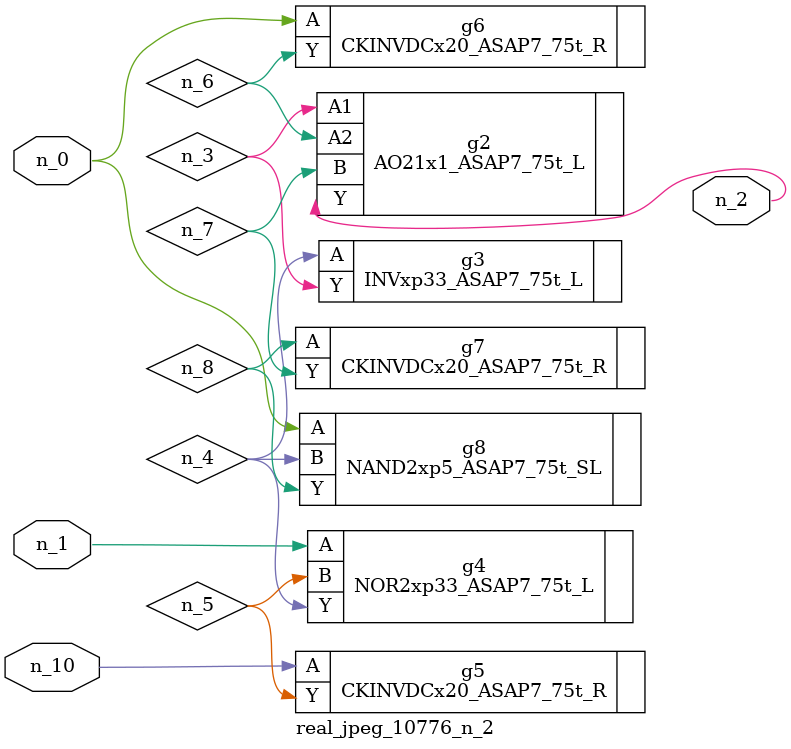
<source format=v>
module real_jpeg_10776_n_2 (n_1, n_10, n_0, n_2);

input n_1;
input n_10;
input n_0;

output n_2;

wire n_5;
wire n_4;
wire n_8;
wire n_6;
wire n_7;
wire n_3;

CKINVDCx20_ASAP7_75t_R g6 ( 
.A(n_0),
.Y(n_6)
);

NAND2xp5_ASAP7_75t_SL g8 ( 
.A(n_0),
.B(n_4),
.Y(n_8)
);

NOR2xp33_ASAP7_75t_L g4 ( 
.A(n_1),
.B(n_5),
.Y(n_4)
);

AO21x1_ASAP7_75t_L g2 ( 
.A1(n_3),
.A2(n_6),
.B(n_7),
.Y(n_2)
);

INVxp33_ASAP7_75t_L g3 ( 
.A(n_4),
.Y(n_3)
);

CKINVDCx20_ASAP7_75t_R g7 ( 
.A(n_8),
.Y(n_7)
);

CKINVDCx20_ASAP7_75t_R g5 ( 
.A(n_10),
.Y(n_5)
);


endmodule
</source>
